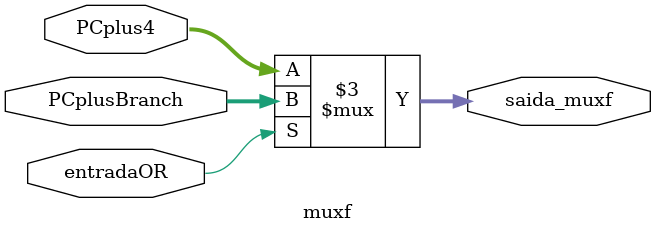
<source format=v>
module muxf (entradaOR, PCplus4, PCplusBranch, saida_muxf );

input [31:0] PCplus4;
input [31:0] PCplusBranch;
input entradaOR;

output reg [31:0] saida_muxf;

always @(*)
begin
	if (entradaOR) saida_muxf = PCplusBranch;
	else saida_muxf = PCplus4;
end


endmodule

</source>
